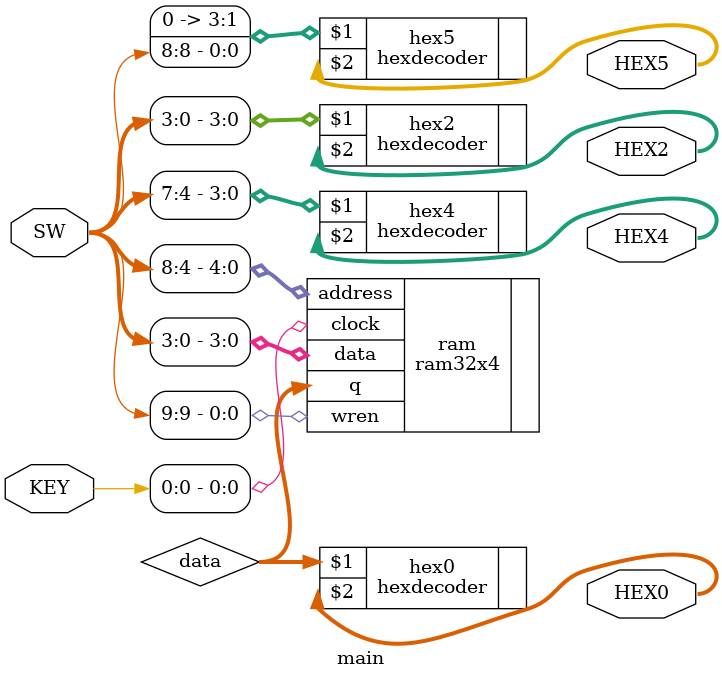
<source format=v>
module main(input [9:0] SW,input[3:0] KEY,output wire [6:0] HEX0,HEX2,HEX4,HEX5);
  wire[3:0] data;
  ram32x4 ram(.address(SW[8:4]),.clock(KEY[0]),.data(SW[3:0]),.wren(SW[9]),.q(data));

  hexdecoder hex0(data,HEX0);
  hexdecoder hex2(SW[3:0],HEX2);
  hexdecoder hex4(SW[7:4],HEX4);
  hexdecoder hex5({3'b0,SW[8]},HEX5);
endmodule

</source>
